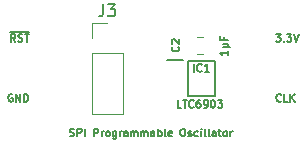
<source format=gto>
%TF.GenerationSoftware,KiCad,Pcbnew,8.0.4*%
%TF.CreationDate,2024-08-23T19:55:54+02:00*%
%TF.ProjectId,Clock LTC6903,436c6f63-6b20-44c5-9443-363930332e6b,V1*%
%TF.SameCoordinates,PX6d01460PY32de760*%
%TF.FileFunction,Legend,Top*%
%TF.FilePolarity,Positive*%
%FSLAX46Y46*%
G04 Gerber Fmt 4.6, Leading zero omitted, Abs format (unit mm)*
G04 Created by KiCad (PCBNEW 8.0.4) date 2024-08-23 19:55:54*
%MOMM*%
%LPD*%
G01*
G04 APERTURE LIST*
%ADD10C,0.150000*%
%ADD11C,0.120000*%
%ADD12C,0.200000*%
G04 APERTURE END LIST*
D10*
X1898951Y-8266250D02*
X1989665Y-8296488D01*
X1989665Y-8296488D02*
X2140856Y-8296488D01*
X2140856Y-8296488D02*
X2201332Y-8266250D01*
X2201332Y-8266250D02*
X2231570Y-8236011D01*
X2231570Y-8236011D02*
X2261808Y-8175535D01*
X2261808Y-8175535D02*
X2261808Y-8115059D01*
X2261808Y-8115059D02*
X2231570Y-8054583D01*
X2231570Y-8054583D02*
X2201332Y-8024345D01*
X2201332Y-8024345D02*
X2140856Y-7994107D01*
X2140856Y-7994107D02*
X2019903Y-7963869D01*
X2019903Y-7963869D02*
X1959427Y-7933630D01*
X1959427Y-7933630D02*
X1929189Y-7903392D01*
X1929189Y-7903392D02*
X1898951Y-7842916D01*
X1898951Y-7842916D02*
X1898951Y-7782440D01*
X1898951Y-7782440D02*
X1929189Y-7721964D01*
X1929189Y-7721964D02*
X1959427Y-7691726D01*
X1959427Y-7691726D02*
X2019903Y-7661488D01*
X2019903Y-7661488D02*
X2171094Y-7661488D01*
X2171094Y-7661488D02*
X2261808Y-7691726D01*
X2533951Y-8296488D02*
X2533951Y-7661488D01*
X2533951Y-7661488D02*
X2775856Y-7661488D01*
X2775856Y-7661488D02*
X2836332Y-7691726D01*
X2836332Y-7691726D02*
X2866570Y-7721964D01*
X2866570Y-7721964D02*
X2896808Y-7782440D01*
X2896808Y-7782440D02*
X2896808Y-7873154D01*
X2896808Y-7873154D02*
X2866570Y-7933630D01*
X2866570Y-7933630D02*
X2836332Y-7963869D01*
X2836332Y-7963869D02*
X2775856Y-7994107D01*
X2775856Y-7994107D02*
X2533951Y-7994107D01*
X3168951Y-8296488D02*
X3168951Y-7661488D01*
X3955142Y-8296488D02*
X3955142Y-7661488D01*
X3955142Y-7661488D02*
X4197047Y-7661488D01*
X4197047Y-7661488D02*
X4257523Y-7691726D01*
X4257523Y-7691726D02*
X4287761Y-7721964D01*
X4287761Y-7721964D02*
X4317999Y-7782440D01*
X4317999Y-7782440D02*
X4317999Y-7873154D01*
X4317999Y-7873154D02*
X4287761Y-7933630D01*
X4287761Y-7933630D02*
X4257523Y-7963869D01*
X4257523Y-7963869D02*
X4197047Y-7994107D01*
X4197047Y-7994107D02*
X3955142Y-7994107D01*
X4590142Y-8296488D02*
X4590142Y-7873154D01*
X4590142Y-7994107D02*
X4620380Y-7933630D01*
X4620380Y-7933630D02*
X4650618Y-7903392D01*
X4650618Y-7903392D02*
X4711094Y-7873154D01*
X4711094Y-7873154D02*
X4771571Y-7873154D01*
X5073951Y-8296488D02*
X5013475Y-8266250D01*
X5013475Y-8266250D02*
X4983237Y-8236011D01*
X4983237Y-8236011D02*
X4952999Y-8175535D01*
X4952999Y-8175535D02*
X4952999Y-7994107D01*
X4952999Y-7994107D02*
X4983237Y-7933630D01*
X4983237Y-7933630D02*
X5013475Y-7903392D01*
X5013475Y-7903392D02*
X5073951Y-7873154D01*
X5073951Y-7873154D02*
X5164666Y-7873154D01*
X5164666Y-7873154D02*
X5225142Y-7903392D01*
X5225142Y-7903392D02*
X5255380Y-7933630D01*
X5255380Y-7933630D02*
X5285618Y-7994107D01*
X5285618Y-7994107D02*
X5285618Y-8175535D01*
X5285618Y-8175535D02*
X5255380Y-8236011D01*
X5255380Y-8236011D02*
X5225142Y-8266250D01*
X5225142Y-8266250D02*
X5164666Y-8296488D01*
X5164666Y-8296488D02*
X5073951Y-8296488D01*
X5829904Y-7873154D02*
X5829904Y-8387202D01*
X5829904Y-8387202D02*
X5799666Y-8447678D01*
X5799666Y-8447678D02*
X5769428Y-8477916D01*
X5769428Y-8477916D02*
X5708951Y-8508154D01*
X5708951Y-8508154D02*
X5618237Y-8508154D01*
X5618237Y-8508154D02*
X5557761Y-8477916D01*
X5829904Y-8266250D02*
X5769428Y-8296488D01*
X5769428Y-8296488D02*
X5648475Y-8296488D01*
X5648475Y-8296488D02*
X5587999Y-8266250D01*
X5587999Y-8266250D02*
X5557761Y-8236011D01*
X5557761Y-8236011D02*
X5527523Y-8175535D01*
X5527523Y-8175535D02*
X5527523Y-7994107D01*
X5527523Y-7994107D02*
X5557761Y-7933630D01*
X5557761Y-7933630D02*
X5587999Y-7903392D01*
X5587999Y-7903392D02*
X5648475Y-7873154D01*
X5648475Y-7873154D02*
X5769428Y-7873154D01*
X5769428Y-7873154D02*
X5829904Y-7903392D01*
X6132285Y-8296488D02*
X6132285Y-7873154D01*
X6132285Y-7994107D02*
X6162523Y-7933630D01*
X6162523Y-7933630D02*
X6192761Y-7903392D01*
X6192761Y-7903392D02*
X6253237Y-7873154D01*
X6253237Y-7873154D02*
X6313714Y-7873154D01*
X6797523Y-8296488D02*
X6797523Y-7963869D01*
X6797523Y-7963869D02*
X6767285Y-7903392D01*
X6767285Y-7903392D02*
X6706809Y-7873154D01*
X6706809Y-7873154D02*
X6585856Y-7873154D01*
X6585856Y-7873154D02*
X6525380Y-7903392D01*
X6797523Y-8266250D02*
X6737047Y-8296488D01*
X6737047Y-8296488D02*
X6585856Y-8296488D01*
X6585856Y-8296488D02*
X6525380Y-8266250D01*
X6525380Y-8266250D02*
X6495142Y-8205773D01*
X6495142Y-8205773D02*
X6495142Y-8145297D01*
X6495142Y-8145297D02*
X6525380Y-8084821D01*
X6525380Y-8084821D02*
X6585856Y-8054583D01*
X6585856Y-8054583D02*
X6737047Y-8054583D01*
X6737047Y-8054583D02*
X6797523Y-8024345D01*
X7099904Y-8296488D02*
X7099904Y-7873154D01*
X7099904Y-7933630D02*
X7130142Y-7903392D01*
X7130142Y-7903392D02*
X7190618Y-7873154D01*
X7190618Y-7873154D02*
X7281333Y-7873154D01*
X7281333Y-7873154D02*
X7341809Y-7903392D01*
X7341809Y-7903392D02*
X7372047Y-7963869D01*
X7372047Y-7963869D02*
X7372047Y-8296488D01*
X7372047Y-7963869D02*
X7402285Y-7903392D01*
X7402285Y-7903392D02*
X7462761Y-7873154D01*
X7462761Y-7873154D02*
X7553475Y-7873154D01*
X7553475Y-7873154D02*
X7613952Y-7903392D01*
X7613952Y-7903392D02*
X7644190Y-7963869D01*
X7644190Y-7963869D02*
X7644190Y-8296488D01*
X7946571Y-8296488D02*
X7946571Y-7873154D01*
X7946571Y-7933630D02*
X7976809Y-7903392D01*
X7976809Y-7903392D02*
X8037285Y-7873154D01*
X8037285Y-7873154D02*
X8128000Y-7873154D01*
X8128000Y-7873154D02*
X8188476Y-7903392D01*
X8188476Y-7903392D02*
X8218714Y-7963869D01*
X8218714Y-7963869D02*
X8218714Y-8296488D01*
X8218714Y-7963869D02*
X8248952Y-7903392D01*
X8248952Y-7903392D02*
X8309428Y-7873154D01*
X8309428Y-7873154D02*
X8400142Y-7873154D01*
X8400142Y-7873154D02*
X8460619Y-7903392D01*
X8460619Y-7903392D02*
X8490857Y-7963869D01*
X8490857Y-7963869D02*
X8490857Y-8296488D01*
X9065381Y-8296488D02*
X9065381Y-7963869D01*
X9065381Y-7963869D02*
X9035143Y-7903392D01*
X9035143Y-7903392D02*
X8974667Y-7873154D01*
X8974667Y-7873154D02*
X8853714Y-7873154D01*
X8853714Y-7873154D02*
X8793238Y-7903392D01*
X9065381Y-8266250D02*
X9004905Y-8296488D01*
X9004905Y-8296488D02*
X8853714Y-8296488D01*
X8853714Y-8296488D02*
X8793238Y-8266250D01*
X8793238Y-8266250D02*
X8763000Y-8205773D01*
X8763000Y-8205773D02*
X8763000Y-8145297D01*
X8763000Y-8145297D02*
X8793238Y-8084821D01*
X8793238Y-8084821D02*
X8853714Y-8054583D01*
X8853714Y-8054583D02*
X9004905Y-8054583D01*
X9004905Y-8054583D02*
X9065381Y-8024345D01*
X9367762Y-8296488D02*
X9367762Y-7661488D01*
X9367762Y-7903392D02*
X9428238Y-7873154D01*
X9428238Y-7873154D02*
X9549191Y-7873154D01*
X9549191Y-7873154D02*
X9609667Y-7903392D01*
X9609667Y-7903392D02*
X9639905Y-7933630D01*
X9639905Y-7933630D02*
X9670143Y-7994107D01*
X9670143Y-7994107D02*
X9670143Y-8175535D01*
X9670143Y-8175535D02*
X9639905Y-8236011D01*
X9639905Y-8236011D02*
X9609667Y-8266250D01*
X9609667Y-8266250D02*
X9549191Y-8296488D01*
X9549191Y-8296488D02*
X9428238Y-8296488D01*
X9428238Y-8296488D02*
X9367762Y-8266250D01*
X10033000Y-8296488D02*
X9972524Y-8266250D01*
X9972524Y-8266250D02*
X9942286Y-8205773D01*
X9942286Y-8205773D02*
X9942286Y-7661488D01*
X10516810Y-8266250D02*
X10456334Y-8296488D01*
X10456334Y-8296488D02*
X10335381Y-8296488D01*
X10335381Y-8296488D02*
X10274905Y-8266250D01*
X10274905Y-8266250D02*
X10244667Y-8205773D01*
X10244667Y-8205773D02*
X10244667Y-7963869D01*
X10244667Y-7963869D02*
X10274905Y-7903392D01*
X10274905Y-7903392D02*
X10335381Y-7873154D01*
X10335381Y-7873154D02*
X10456334Y-7873154D01*
X10456334Y-7873154D02*
X10516810Y-7903392D01*
X10516810Y-7903392D02*
X10547048Y-7963869D01*
X10547048Y-7963869D02*
X10547048Y-8024345D01*
X10547048Y-8024345D02*
X10244667Y-8084821D01*
X11423953Y-7661488D02*
X11544906Y-7661488D01*
X11544906Y-7661488D02*
X11605382Y-7691726D01*
X11605382Y-7691726D02*
X11665858Y-7752202D01*
X11665858Y-7752202D02*
X11696096Y-7873154D01*
X11696096Y-7873154D02*
X11696096Y-8084821D01*
X11696096Y-8084821D02*
X11665858Y-8205773D01*
X11665858Y-8205773D02*
X11605382Y-8266250D01*
X11605382Y-8266250D02*
X11544906Y-8296488D01*
X11544906Y-8296488D02*
X11423953Y-8296488D01*
X11423953Y-8296488D02*
X11363477Y-8266250D01*
X11363477Y-8266250D02*
X11303001Y-8205773D01*
X11303001Y-8205773D02*
X11272763Y-8084821D01*
X11272763Y-8084821D02*
X11272763Y-7873154D01*
X11272763Y-7873154D02*
X11303001Y-7752202D01*
X11303001Y-7752202D02*
X11363477Y-7691726D01*
X11363477Y-7691726D02*
X11423953Y-7661488D01*
X11938001Y-8266250D02*
X11998477Y-8296488D01*
X11998477Y-8296488D02*
X12119429Y-8296488D01*
X12119429Y-8296488D02*
X12179906Y-8266250D01*
X12179906Y-8266250D02*
X12210144Y-8205773D01*
X12210144Y-8205773D02*
X12210144Y-8175535D01*
X12210144Y-8175535D02*
X12179906Y-8115059D01*
X12179906Y-8115059D02*
X12119429Y-8084821D01*
X12119429Y-8084821D02*
X12028715Y-8084821D01*
X12028715Y-8084821D02*
X11968239Y-8054583D01*
X11968239Y-8054583D02*
X11938001Y-7994107D01*
X11938001Y-7994107D02*
X11938001Y-7963869D01*
X11938001Y-7963869D02*
X11968239Y-7903392D01*
X11968239Y-7903392D02*
X12028715Y-7873154D01*
X12028715Y-7873154D02*
X12119429Y-7873154D01*
X12119429Y-7873154D02*
X12179906Y-7903392D01*
X12754430Y-8266250D02*
X12693954Y-8296488D01*
X12693954Y-8296488D02*
X12573001Y-8296488D01*
X12573001Y-8296488D02*
X12512525Y-8266250D01*
X12512525Y-8266250D02*
X12482287Y-8236011D01*
X12482287Y-8236011D02*
X12452049Y-8175535D01*
X12452049Y-8175535D02*
X12452049Y-7994107D01*
X12452049Y-7994107D02*
X12482287Y-7933630D01*
X12482287Y-7933630D02*
X12512525Y-7903392D01*
X12512525Y-7903392D02*
X12573001Y-7873154D01*
X12573001Y-7873154D02*
X12693954Y-7873154D01*
X12693954Y-7873154D02*
X12754430Y-7903392D01*
X13026573Y-8296488D02*
X13026573Y-7873154D01*
X13026573Y-7661488D02*
X12996335Y-7691726D01*
X12996335Y-7691726D02*
X13026573Y-7721964D01*
X13026573Y-7721964D02*
X13056811Y-7691726D01*
X13056811Y-7691726D02*
X13026573Y-7661488D01*
X13026573Y-7661488D02*
X13026573Y-7721964D01*
X13419668Y-8296488D02*
X13359192Y-8266250D01*
X13359192Y-8266250D02*
X13328954Y-8205773D01*
X13328954Y-8205773D02*
X13328954Y-7661488D01*
X13752287Y-8296488D02*
X13691811Y-8266250D01*
X13691811Y-8266250D02*
X13661573Y-8205773D01*
X13661573Y-8205773D02*
X13661573Y-7661488D01*
X14266335Y-8296488D02*
X14266335Y-7963869D01*
X14266335Y-7963869D02*
X14236097Y-7903392D01*
X14236097Y-7903392D02*
X14175621Y-7873154D01*
X14175621Y-7873154D02*
X14054668Y-7873154D01*
X14054668Y-7873154D02*
X13994192Y-7903392D01*
X14266335Y-8266250D02*
X14205859Y-8296488D01*
X14205859Y-8296488D02*
X14054668Y-8296488D01*
X14054668Y-8296488D02*
X13994192Y-8266250D01*
X13994192Y-8266250D02*
X13963954Y-8205773D01*
X13963954Y-8205773D02*
X13963954Y-8145297D01*
X13963954Y-8145297D02*
X13994192Y-8084821D01*
X13994192Y-8084821D02*
X14054668Y-8054583D01*
X14054668Y-8054583D02*
X14205859Y-8054583D01*
X14205859Y-8054583D02*
X14266335Y-8024345D01*
X14478002Y-7873154D02*
X14719906Y-7873154D01*
X14568716Y-7661488D02*
X14568716Y-8205773D01*
X14568716Y-8205773D02*
X14598954Y-8266250D01*
X14598954Y-8266250D02*
X14659430Y-8296488D01*
X14659430Y-8296488D02*
X14719906Y-8296488D01*
X15022287Y-8296488D02*
X14961811Y-8266250D01*
X14961811Y-8266250D02*
X14931573Y-8236011D01*
X14931573Y-8236011D02*
X14901335Y-8175535D01*
X14901335Y-8175535D02*
X14901335Y-7994107D01*
X14901335Y-7994107D02*
X14931573Y-7933630D01*
X14931573Y-7933630D02*
X14961811Y-7903392D01*
X14961811Y-7903392D02*
X15022287Y-7873154D01*
X15022287Y-7873154D02*
X15113002Y-7873154D01*
X15113002Y-7873154D02*
X15173478Y-7903392D01*
X15173478Y-7903392D02*
X15203716Y-7933630D01*
X15203716Y-7933630D02*
X15233954Y-7994107D01*
X15233954Y-7994107D02*
X15233954Y-8175535D01*
X15233954Y-8175535D02*
X15203716Y-8236011D01*
X15203716Y-8236011D02*
X15173478Y-8266250D01*
X15173478Y-8266250D02*
X15113002Y-8296488D01*
X15113002Y-8296488D02*
X15022287Y-8296488D01*
X15506097Y-8296488D02*
X15506097Y-7873154D01*
X15506097Y-7994107D02*
X15536335Y-7933630D01*
X15536335Y-7933630D02*
X15566573Y-7903392D01*
X15566573Y-7903392D02*
X15627049Y-7873154D01*
X15627049Y-7873154D02*
X15687526Y-7873154D01*
X-2705209Y-285963D02*
X-2916876Y16418D01*
X-3068066Y-285963D02*
X-3068066Y349037D01*
X-3068066Y349037D02*
X-2826161Y349037D01*
X-2826161Y349037D02*
X-2765685Y318799D01*
X-2765685Y318799D02*
X-2735447Y288561D01*
X-2735447Y288561D02*
X-2705209Y228085D01*
X-2705209Y228085D02*
X-2705209Y137371D01*
X-2705209Y137371D02*
X-2735447Y76895D01*
X-2735447Y76895D02*
X-2765685Y46656D01*
X-2765685Y46656D02*
X-2826161Y16418D01*
X-2826161Y16418D02*
X-3068066Y16418D01*
X-2463304Y-255725D02*
X-2372590Y-285963D01*
X-2372590Y-285963D02*
X-2221399Y-285963D01*
X-2221399Y-285963D02*
X-2160923Y-255725D01*
X-2160923Y-255725D02*
X-2130685Y-225486D01*
X-2130685Y-225486D02*
X-2100447Y-165010D01*
X-2100447Y-165010D02*
X-2100447Y-104534D01*
X-2100447Y-104534D02*
X-2130685Y-44058D01*
X-2130685Y-44058D02*
X-2160923Y-13820D01*
X-2160923Y-13820D02*
X-2221399Y16418D01*
X-2221399Y16418D02*
X-2342352Y46656D01*
X-2342352Y46656D02*
X-2402828Y76895D01*
X-2402828Y76895D02*
X-2433066Y107133D01*
X-2433066Y107133D02*
X-2463304Y167609D01*
X-2463304Y167609D02*
X-2463304Y228085D01*
X-2463304Y228085D02*
X-2433066Y288561D01*
X-2433066Y288561D02*
X-2402828Y318799D01*
X-2402828Y318799D02*
X-2342352Y349037D01*
X-2342352Y349037D02*
X-2191161Y349037D01*
X-2191161Y349037D02*
X-2100447Y318799D01*
X-1919018Y349037D02*
X-1556161Y349037D01*
X-1737590Y-285963D02*
X-1737590Y349037D01*
X-3155756Y525325D02*
X-1559184Y525325D01*
X-2947113Y-4761201D02*
X-3007589Y-4730963D01*
X-3007589Y-4730963D02*
X-3098303Y-4730963D01*
X-3098303Y-4730963D02*
X-3189018Y-4761201D01*
X-3189018Y-4761201D02*
X-3249494Y-4821677D01*
X-3249494Y-4821677D02*
X-3279732Y-4882153D01*
X-3279732Y-4882153D02*
X-3309970Y-5003105D01*
X-3309970Y-5003105D02*
X-3309970Y-5093820D01*
X-3309970Y-5093820D02*
X-3279732Y-5214772D01*
X-3279732Y-5214772D02*
X-3249494Y-5275248D01*
X-3249494Y-5275248D02*
X-3189018Y-5335725D01*
X-3189018Y-5335725D02*
X-3098303Y-5365963D01*
X-3098303Y-5365963D02*
X-3037827Y-5365963D01*
X-3037827Y-5365963D02*
X-2947113Y-5335725D01*
X-2947113Y-5335725D02*
X-2916875Y-5305486D01*
X-2916875Y-5305486D02*
X-2916875Y-5093820D01*
X-2916875Y-5093820D02*
X-3037827Y-5093820D01*
X-2644732Y-5365963D02*
X-2644732Y-4730963D01*
X-2644732Y-4730963D02*
X-2281875Y-5365963D01*
X-2281875Y-5365963D02*
X-2281875Y-4730963D01*
X-1979494Y-5365963D02*
X-1979494Y-4730963D01*
X-1979494Y-4730963D02*
X-1828304Y-4730963D01*
X-1828304Y-4730963D02*
X-1737589Y-4761201D01*
X-1737589Y-4761201D02*
X-1677113Y-4821677D01*
X-1677113Y-4821677D02*
X-1646875Y-4882153D01*
X-1646875Y-4882153D02*
X-1616637Y-5003105D01*
X-1616637Y-5003105D02*
X-1616637Y-5093820D01*
X-1616637Y-5093820D02*
X-1646875Y-5214772D01*
X-1646875Y-5214772D02*
X-1677113Y-5275248D01*
X-1677113Y-5275248D02*
X-1737589Y-5335725D01*
X-1737589Y-5335725D02*
X-1828304Y-5365963D01*
X-1828304Y-5365963D02*
X-1979494Y-5365963D01*
X19366398Y349037D02*
X19759493Y349037D01*
X19759493Y349037D02*
X19547826Y107133D01*
X19547826Y107133D02*
X19638541Y107133D01*
X19638541Y107133D02*
X19699017Y76895D01*
X19699017Y76895D02*
X19729255Y46656D01*
X19729255Y46656D02*
X19759493Y-13820D01*
X19759493Y-13820D02*
X19759493Y-165010D01*
X19759493Y-165010D02*
X19729255Y-225486D01*
X19729255Y-225486D02*
X19699017Y-255725D01*
X19699017Y-255725D02*
X19638541Y-285963D01*
X19638541Y-285963D02*
X19457112Y-285963D01*
X19457112Y-285963D02*
X19396636Y-255725D01*
X19396636Y-255725D02*
X19366398Y-225486D01*
X20031636Y-225486D02*
X20061874Y-255725D01*
X20061874Y-255725D02*
X20031636Y-285963D01*
X20031636Y-285963D02*
X20001398Y-255725D01*
X20001398Y-255725D02*
X20031636Y-225486D01*
X20031636Y-225486D02*
X20031636Y-285963D01*
X20273541Y349037D02*
X20666636Y349037D01*
X20666636Y349037D02*
X20454969Y107133D01*
X20454969Y107133D02*
X20545684Y107133D01*
X20545684Y107133D02*
X20606160Y76895D01*
X20606160Y76895D02*
X20636398Y46656D01*
X20636398Y46656D02*
X20666636Y-13820D01*
X20666636Y-13820D02*
X20666636Y-165010D01*
X20666636Y-165010D02*
X20636398Y-225486D01*
X20636398Y-225486D02*
X20606160Y-255725D01*
X20606160Y-255725D02*
X20545684Y-285963D01*
X20545684Y-285963D02*
X20364255Y-285963D01*
X20364255Y-285963D02*
X20303779Y-255725D01*
X20303779Y-255725D02*
X20273541Y-225486D01*
X20848065Y349037D02*
X21059731Y-285963D01*
X21059731Y-285963D02*
X21271398Y349037D01*
X19789731Y-5305486D02*
X19759493Y-5335725D01*
X19759493Y-5335725D02*
X19668779Y-5365963D01*
X19668779Y-5365963D02*
X19608303Y-5365963D01*
X19608303Y-5365963D02*
X19517588Y-5335725D01*
X19517588Y-5335725D02*
X19457112Y-5275248D01*
X19457112Y-5275248D02*
X19426874Y-5214772D01*
X19426874Y-5214772D02*
X19396636Y-5093820D01*
X19396636Y-5093820D02*
X19396636Y-5003105D01*
X19396636Y-5003105D02*
X19426874Y-4882153D01*
X19426874Y-4882153D02*
X19457112Y-4821677D01*
X19457112Y-4821677D02*
X19517588Y-4761201D01*
X19517588Y-4761201D02*
X19608303Y-4730963D01*
X19608303Y-4730963D02*
X19668779Y-4730963D01*
X19668779Y-4730963D02*
X19759493Y-4761201D01*
X19759493Y-4761201D02*
X19789731Y-4791439D01*
X20364255Y-5365963D02*
X20061874Y-5365963D01*
X20061874Y-5365963D02*
X20061874Y-4730963D01*
X20575922Y-5365963D02*
X20575922Y-4730963D01*
X20938779Y-5365963D02*
X20666636Y-5003105D01*
X20938779Y-4730963D02*
X20575922Y-5093820D01*
X4746666Y2875181D02*
X4746666Y2160896D01*
X4746666Y2160896D02*
X4699047Y2018039D01*
X4699047Y2018039D02*
X4603809Y1922800D01*
X4603809Y1922800D02*
X4460952Y1875181D01*
X4460952Y1875181D02*
X4365714Y1875181D01*
X5127619Y2875181D02*
X5746666Y2875181D01*
X5746666Y2875181D02*
X5413333Y2494229D01*
X5413333Y2494229D02*
X5556190Y2494229D01*
X5556190Y2494229D02*
X5651428Y2446610D01*
X5651428Y2446610D02*
X5699047Y2398991D01*
X5699047Y2398991D02*
X5746666Y2303753D01*
X5746666Y2303753D02*
X5746666Y2065658D01*
X5746666Y2065658D02*
X5699047Y1970420D01*
X5699047Y1970420D02*
X5651428Y1922800D01*
X5651428Y1922800D02*
X5556190Y1875181D01*
X5556190Y1875181D02*
X5270476Y1875181D01*
X5270476Y1875181D02*
X5175238Y1922800D01*
X5175238Y1922800D02*
X5127619Y1970420D01*
X11104486Y-713833D02*
X11134725Y-744071D01*
X11134725Y-744071D02*
X11164963Y-834785D01*
X11164963Y-834785D02*
X11164963Y-895261D01*
X11164963Y-895261D02*
X11134725Y-985976D01*
X11134725Y-985976D02*
X11074248Y-1046452D01*
X11074248Y-1046452D02*
X11013772Y-1076690D01*
X11013772Y-1076690D02*
X10892820Y-1106928D01*
X10892820Y-1106928D02*
X10802105Y-1106928D01*
X10802105Y-1106928D02*
X10681153Y-1076690D01*
X10681153Y-1076690D02*
X10620677Y-1046452D01*
X10620677Y-1046452D02*
X10560201Y-985976D01*
X10560201Y-985976D02*
X10529963Y-895261D01*
X10529963Y-895261D02*
X10529963Y-834785D01*
X10529963Y-834785D02*
X10560201Y-744071D01*
X10560201Y-744071D02*
X10590439Y-713833D01*
X10590439Y-471928D02*
X10560201Y-441690D01*
X10560201Y-441690D02*
X10529963Y-381214D01*
X10529963Y-381214D02*
X10529963Y-230023D01*
X10529963Y-230023D02*
X10560201Y-169547D01*
X10560201Y-169547D02*
X10590439Y-139309D01*
X10590439Y-139309D02*
X10650915Y-109071D01*
X10650915Y-109071D02*
X10711391Y-109071D01*
X10711391Y-109071D02*
X10802105Y-139309D01*
X10802105Y-139309D02*
X11164963Y-502166D01*
X11164963Y-502166D02*
X11164963Y-109071D01*
X15271963Y-1058333D02*
X15271963Y-1421190D01*
X15271963Y-1239762D02*
X14636963Y-1239762D01*
X14636963Y-1239762D02*
X14727677Y-1300238D01*
X14727677Y-1300238D02*
X14788153Y-1360714D01*
X14788153Y-1360714D02*
X14818391Y-1421190D01*
X14848629Y-786190D02*
X15483629Y-786190D01*
X15181248Y-483809D02*
X15241725Y-453571D01*
X15241725Y-453571D02*
X15271963Y-393095D01*
X15181248Y-786190D02*
X15241725Y-755952D01*
X15241725Y-755952D02*
X15271963Y-695476D01*
X15271963Y-695476D02*
X15271963Y-574523D01*
X15271963Y-574523D02*
X15241725Y-514047D01*
X15241725Y-514047D02*
X15181248Y-483809D01*
X15181248Y-483809D02*
X14848629Y-483809D01*
X14939344Y90715D02*
X14939344Y-120952D01*
X15271963Y-120952D02*
X14636963Y-120952D01*
X14636963Y-120952D02*
X14636963Y181429D01*
X12408119Y-2825963D02*
X12408119Y-2190963D01*
X13073357Y-2765486D02*
X13043119Y-2795725D01*
X13043119Y-2795725D02*
X12952405Y-2825963D01*
X12952405Y-2825963D02*
X12891929Y-2825963D01*
X12891929Y-2825963D02*
X12801214Y-2795725D01*
X12801214Y-2795725D02*
X12740738Y-2735248D01*
X12740738Y-2735248D02*
X12710500Y-2674772D01*
X12710500Y-2674772D02*
X12680262Y-2553820D01*
X12680262Y-2553820D02*
X12680262Y-2463105D01*
X12680262Y-2463105D02*
X12710500Y-2342153D01*
X12710500Y-2342153D02*
X12740738Y-2281677D01*
X12740738Y-2281677D02*
X12801214Y-2221201D01*
X12801214Y-2221201D02*
X12891929Y-2190963D01*
X12891929Y-2190963D02*
X12952405Y-2190963D01*
X12952405Y-2190963D02*
X13043119Y-2221201D01*
X13043119Y-2221201D02*
X13073357Y-2251439D01*
X13678119Y-2825963D02*
X13315262Y-2825963D01*
X13496690Y-2825963D02*
X13496690Y-2190963D01*
X13496690Y-2190963D02*
X13436214Y-2281677D01*
X13436214Y-2281677D02*
X13375738Y-2342153D01*
X13375738Y-2342153D02*
X13315262Y-2372391D01*
X11328618Y-5873963D02*
X11026237Y-5873963D01*
X11026237Y-5873963D02*
X11026237Y-5238963D01*
X11449571Y-5238963D02*
X11812428Y-5238963D01*
X11630999Y-5873963D02*
X11630999Y-5238963D01*
X12386952Y-5813486D02*
X12356714Y-5843725D01*
X12356714Y-5843725D02*
X12266000Y-5873963D01*
X12266000Y-5873963D02*
X12205524Y-5873963D01*
X12205524Y-5873963D02*
X12114809Y-5843725D01*
X12114809Y-5843725D02*
X12054333Y-5783248D01*
X12054333Y-5783248D02*
X12024095Y-5722772D01*
X12024095Y-5722772D02*
X11993857Y-5601820D01*
X11993857Y-5601820D02*
X11993857Y-5511105D01*
X11993857Y-5511105D02*
X12024095Y-5390153D01*
X12024095Y-5390153D02*
X12054333Y-5329677D01*
X12054333Y-5329677D02*
X12114809Y-5269201D01*
X12114809Y-5269201D02*
X12205524Y-5238963D01*
X12205524Y-5238963D02*
X12266000Y-5238963D01*
X12266000Y-5238963D02*
X12356714Y-5269201D01*
X12356714Y-5269201D02*
X12386952Y-5299439D01*
X12931238Y-5238963D02*
X12810285Y-5238963D01*
X12810285Y-5238963D02*
X12749809Y-5269201D01*
X12749809Y-5269201D02*
X12719571Y-5299439D01*
X12719571Y-5299439D02*
X12659095Y-5390153D01*
X12659095Y-5390153D02*
X12628857Y-5511105D01*
X12628857Y-5511105D02*
X12628857Y-5753010D01*
X12628857Y-5753010D02*
X12659095Y-5813486D01*
X12659095Y-5813486D02*
X12689333Y-5843725D01*
X12689333Y-5843725D02*
X12749809Y-5873963D01*
X12749809Y-5873963D02*
X12870762Y-5873963D01*
X12870762Y-5873963D02*
X12931238Y-5843725D01*
X12931238Y-5843725D02*
X12961476Y-5813486D01*
X12961476Y-5813486D02*
X12991714Y-5753010D01*
X12991714Y-5753010D02*
X12991714Y-5601820D01*
X12991714Y-5601820D02*
X12961476Y-5541344D01*
X12961476Y-5541344D02*
X12931238Y-5511105D01*
X12931238Y-5511105D02*
X12870762Y-5480867D01*
X12870762Y-5480867D02*
X12749809Y-5480867D01*
X12749809Y-5480867D02*
X12689333Y-5511105D01*
X12689333Y-5511105D02*
X12659095Y-5541344D01*
X12659095Y-5541344D02*
X12628857Y-5601820D01*
X13294095Y-5873963D02*
X13415047Y-5873963D01*
X13415047Y-5873963D02*
X13475524Y-5843725D01*
X13475524Y-5843725D02*
X13505762Y-5813486D01*
X13505762Y-5813486D02*
X13566238Y-5722772D01*
X13566238Y-5722772D02*
X13596476Y-5601820D01*
X13596476Y-5601820D02*
X13596476Y-5359915D01*
X13596476Y-5359915D02*
X13566238Y-5299439D01*
X13566238Y-5299439D02*
X13536000Y-5269201D01*
X13536000Y-5269201D02*
X13475524Y-5238963D01*
X13475524Y-5238963D02*
X13354571Y-5238963D01*
X13354571Y-5238963D02*
X13294095Y-5269201D01*
X13294095Y-5269201D02*
X13263857Y-5299439D01*
X13263857Y-5299439D02*
X13233619Y-5359915D01*
X13233619Y-5359915D02*
X13233619Y-5511105D01*
X13233619Y-5511105D02*
X13263857Y-5571582D01*
X13263857Y-5571582D02*
X13294095Y-5601820D01*
X13294095Y-5601820D02*
X13354571Y-5632058D01*
X13354571Y-5632058D02*
X13475524Y-5632058D01*
X13475524Y-5632058D02*
X13536000Y-5601820D01*
X13536000Y-5601820D02*
X13566238Y-5571582D01*
X13566238Y-5571582D02*
X13596476Y-5511105D01*
X13989571Y-5238963D02*
X14050048Y-5238963D01*
X14050048Y-5238963D02*
X14110524Y-5269201D01*
X14110524Y-5269201D02*
X14140762Y-5299439D01*
X14140762Y-5299439D02*
X14171000Y-5359915D01*
X14171000Y-5359915D02*
X14201238Y-5480867D01*
X14201238Y-5480867D02*
X14201238Y-5632058D01*
X14201238Y-5632058D02*
X14171000Y-5753010D01*
X14171000Y-5753010D02*
X14140762Y-5813486D01*
X14140762Y-5813486D02*
X14110524Y-5843725D01*
X14110524Y-5843725D02*
X14050048Y-5873963D01*
X14050048Y-5873963D02*
X13989571Y-5873963D01*
X13989571Y-5873963D02*
X13929095Y-5843725D01*
X13929095Y-5843725D02*
X13898857Y-5813486D01*
X13898857Y-5813486D02*
X13868619Y-5753010D01*
X13868619Y-5753010D02*
X13838381Y-5632058D01*
X13838381Y-5632058D02*
X13838381Y-5480867D01*
X13838381Y-5480867D02*
X13868619Y-5359915D01*
X13868619Y-5359915D02*
X13898857Y-5299439D01*
X13898857Y-5299439D02*
X13929095Y-5269201D01*
X13929095Y-5269201D02*
X13989571Y-5238963D01*
X14412905Y-5238963D02*
X14806000Y-5238963D01*
X14806000Y-5238963D02*
X14594333Y-5480867D01*
X14594333Y-5480867D02*
X14685048Y-5480867D01*
X14685048Y-5480867D02*
X14745524Y-5511105D01*
X14745524Y-5511105D02*
X14775762Y-5541344D01*
X14775762Y-5541344D02*
X14806000Y-5601820D01*
X14806000Y-5601820D02*
X14806000Y-5753010D01*
X14806000Y-5753010D02*
X14775762Y-5813486D01*
X14775762Y-5813486D02*
X14745524Y-5843725D01*
X14745524Y-5843725D02*
X14685048Y-5873963D01*
X14685048Y-5873963D02*
X14503619Y-5873963D01*
X14503619Y-5873963D02*
X14443143Y-5843725D01*
X14443143Y-5843725D02*
X14412905Y-5813486D01*
D11*
%TO.C,J3*%
X3750000Y1330000D02*
X5080000Y1330000D01*
X3750000Y0D02*
X3750000Y1330000D01*
X3750000Y-1270000D02*
X3750000Y-6410000D01*
X3750000Y-1270000D02*
X6410000Y-1270000D01*
X3750000Y-6410000D02*
X6410000Y-6410000D01*
X6410000Y-1270000D02*
X6410000Y-6410000D01*
%TO.C,C2*%
X13199252Y100000D02*
X12676748Y100000D01*
X13199252Y-1370000D02*
X12676748Y-1370000D01*
D12*
%TO.C,IC1*%
X10103000Y-1879000D02*
X11528000Y-1879000D01*
X11878000Y-1929000D02*
X14178000Y-1929000D01*
X11878000Y-4929000D02*
X11878000Y-1929000D01*
X14178000Y-1929000D02*
X14178000Y-4929000D01*
X14178000Y-4929000D02*
X11878000Y-4929000D01*
%TD*%
M02*

</source>
